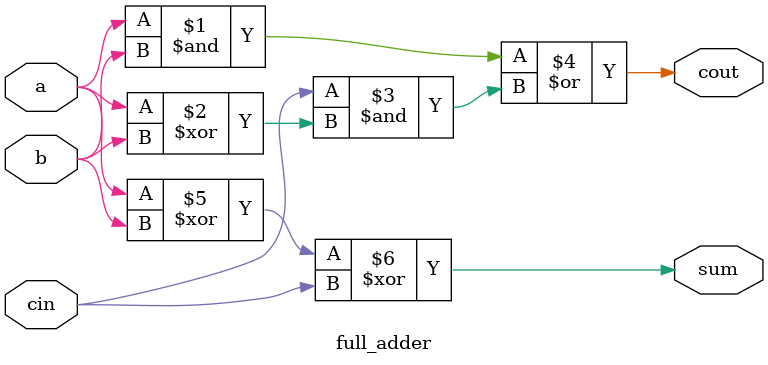
<source format=v>
module array_multiplier_4b (a, b, sumout, cout);
	
	input [31:0]a, b;
	
	output cout;
	output [63:0]sumout;

	wire [31:0] pp [31:0];
	wire [31:0] sum [31:0];
	wire [31:0] c [31:0];

    genvar i;

    generate
        for (i = 0; i < 32; i = i + 1) begin: ppgen_level
            ppgen ppgenerator (a, b[i], pp[i]);
        end
    endgenerate
	
	
    csa adder_1 (pp[0], 32'b0, 32'b0, sum[0], c[0]);
	assign sumout[0] = sum[0][0];
	
	generate
        for (i = 1; i < 32; i = i + 1) begin: csa_level
            csa csa_adder (pp[i], {1'b0, sum[i-1][31:1]}, c[i-1], sum[i], c[i]);
				assign sumout[i] = sum[i][0];
        end
	endgenerate


	wire [31:0] fsa_a;

	assign fsa_a = {1'b0, sum[31][31:1]};

	adder fsa (fsa_a, c[31], 1'b0, cout, sumout[63:32]);
endmodule


module csa (pp, sumin, cin, sumout, cout);

    input [31:0] pp, sumin, cin;
    output [31:0] sumout, cout;

    genvar i;
    generate
        for (i = 0; i < 32; i = i + 1) begin: fa_level
            full_adder fulladder (pp[i], sumin[i], cin[i], cout[i], sumout[i]);
        end
    endgenerate

endmodule



module ppgen (a, b, pp);

    input [31:0] a;
    input b;

    output [31:0] pp;

    assign pp = a & {32{b}}; 

endmodule


module full_adder (a, b, cin, cout, sum);
	
	input a, b, cin;
	output cout, sum;
	
	assign cout = (a & b) | (cin & (a ^ b));
	assign sum = a ^ b ^ cin;
	
endmodule
</source>
